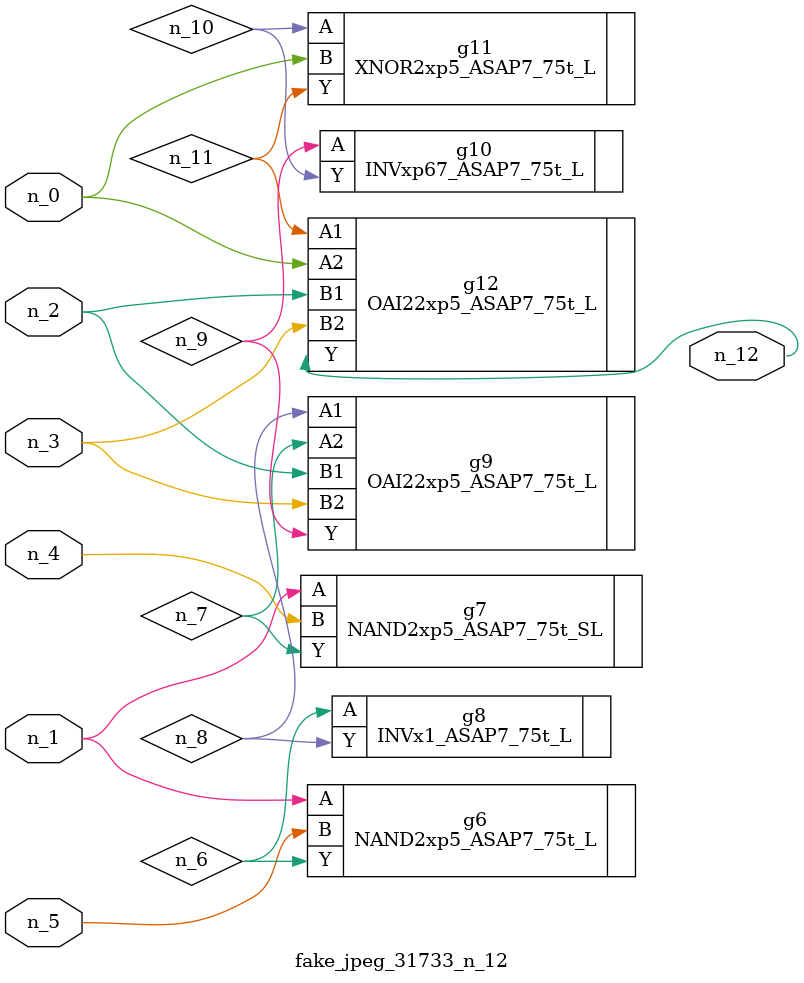
<source format=v>
module fake_jpeg_31733_n_12 (n_3, n_2, n_1, n_0, n_4, n_5, n_12);

input n_3;
input n_2;
input n_1;
input n_0;
input n_4;
input n_5;

output n_12;

wire n_11;
wire n_10;
wire n_8;
wire n_9;
wire n_6;
wire n_7;

NAND2xp5_ASAP7_75t_L g6 ( 
.A(n_1),
.B(n_5),
.Y(n_6)
);

NAND2xp5_ASAP7_75t_SL g7 ( 
.A(n_1),
.B(n_4),
.Y(n_7)
);

INVx1_ASAP7_75t_L g8 ( 
.A(n_6),
.Y(n_8)
);

OAI22xp5_ASAP7_75t_L g9 ( 
.A1(n_8),
.A2(n_7),
.B1(n_2),
.B2(n_3),
.Y(n_9)
);

INVxp67_ASAP7_75t_L g10 ( 
.A(n_9),
.Y(n_10)
);

XNOR2xp5_ASAP7_75t_L g11 ( 
.A(n_10),
.B(n_0),
.Y(n_11)
);

OAI22xp5_ASAP7_75t_L g12 ( 
.A1(n_11),
.A2(n_0),
.B1(n_2),
.B2(n_3),
.Y(n_12)
);


endmodule
</source>
